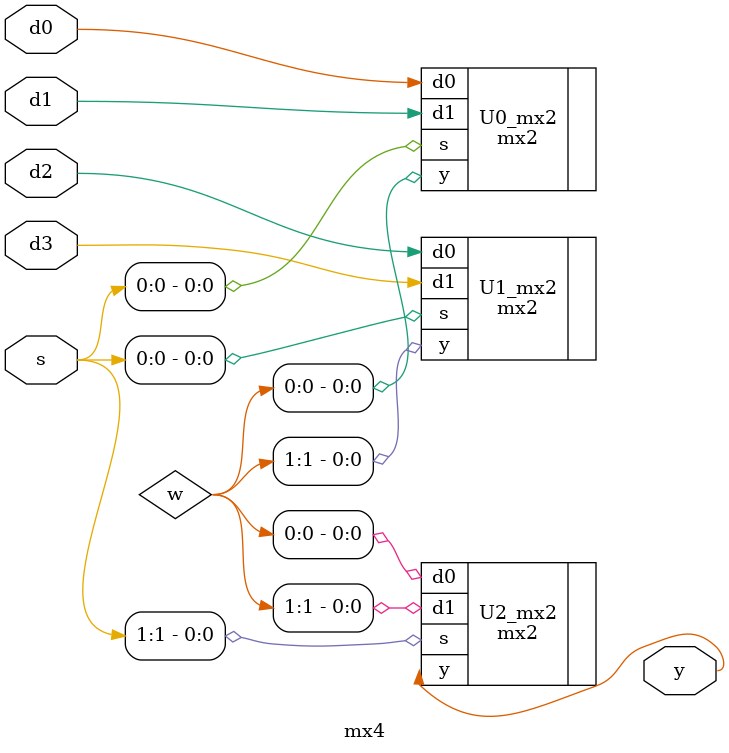
<source format=v>
module mx4 (y, d0, d1, d2, d3, s); //4 to 1 Multiplexer
	input d0,d1,d2,d3;
	input [1:0] s;
	output y;
	wire [1:0] w;
	
	//instance mx2
	mx2 U0_mx2(.d0(d0),.d1(d1),.s(s[0]),.y(w[0]));
	mx2 U1_mx2(.d0(d2),.d1(d3),.s(s[0]),.y(w[1]));
	mx2 U2_mx2(.d0(w[0]),.d1(w[1]),.s(s[1]),.y(y));
endmodule
</source>
